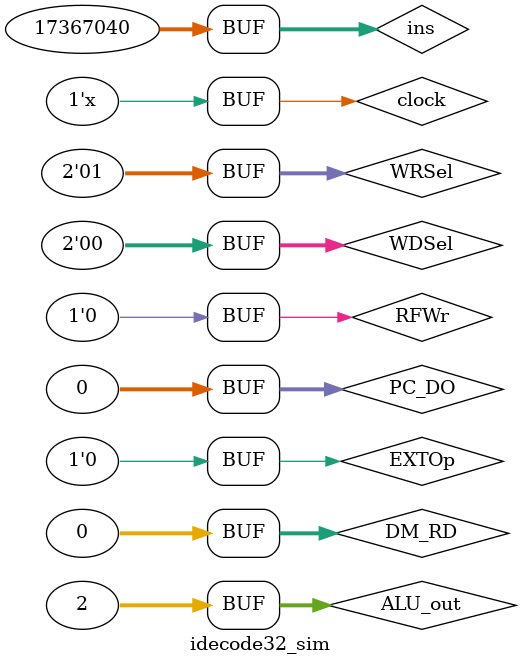
<source format=v>
`timescale 1ns / 1ps
module idecode32_sim();
    reg [31:0] PC_DO = 32'h0;
    reg [31:0] ins = 32'h0;
    reg [31:0] ALU_out = 32'h0;
    reg [31:0] DM_RD = 32'h0;
    reg RFWr = 1'b0;
    reg EXTOp = 1'b0;
    reg clock = 1'b0;
    reg [1:0] WRSel = 2'b00;
    reg [1:0] WDSel = 2'b00;
    
    wire [31:0] rf_rd1,rf_rd2,ext;
    wire [4:0] debug_A3;
    wire [31:0] debug_WD;
    always #10 clock = ~clock;
    
    idecode32 u_idecode32(.clk(clock),.ins(ins),.ALU_out(ALU_out),.PC_DO(PC_DO),.DM_RD(DM_RD),.RFWr(RFWr),.EXTOp(EXTOp),.WRSel(WRSel),.WDSel(WDSel),.A(rf_rd1),.B(rf_rd2),.E(ext),.debug_A3(debug_A3),.debug_WD(debug_WD));

   
   
    initial begin
        #40 begin   ins = 32'h2408ffff; //addiu    $t0,$zero,-1
                    ALU_out = 32'hffffffff;
                    RFWr = 1'b1;
                    WRSel = 2'b01;
                    WDSel = 2'b00;   
            end
        #90 begin  RFWr = 1'b0;end
        #100 begin  ins = 32'h24090002; //addiu    $t1,$zero,2
                    ALU_out = 32'h00000002;
                    RFWr = 1'b1;
                    WRSel = 2'b01;
                    WDSel = 2'b00; 
             end      
        #100 begin  RFWr = 1'b0;end
        #100 begin  ins = {6'd0,5'd8,5'd9,16'd0}; //ÎÞÒâÒåÓï¾ä£¬Ö»°Ñt0ºÍt1·Ö±ð¶Áµ½rd1ºÍrd2ÉÏ
                    
             end
    end
endmodule
</source>
